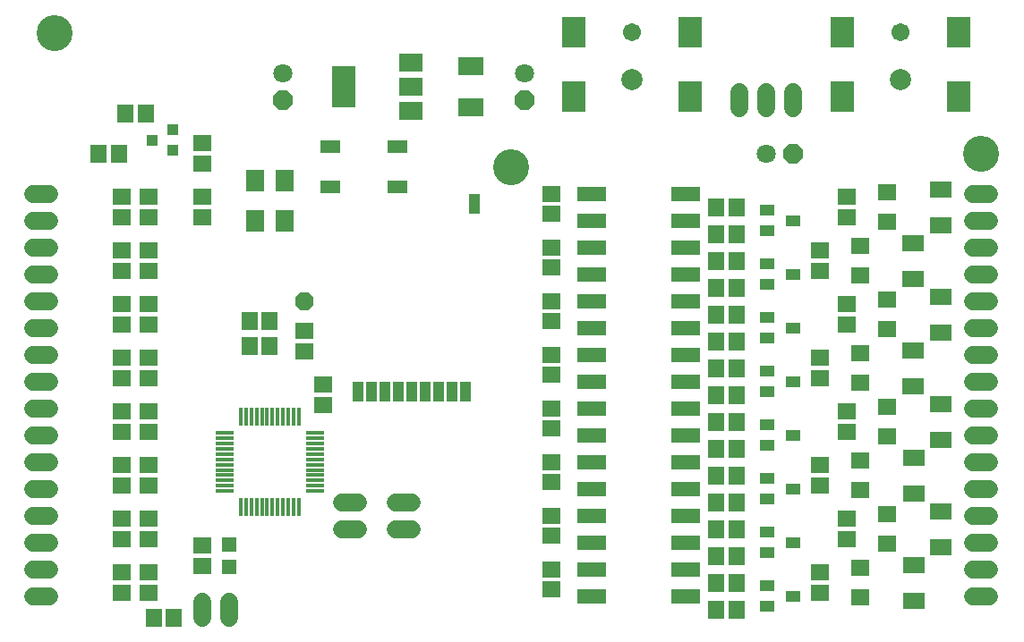
<source format=gts>
G75*
%MOIN*%
%OFA0B0*%
%FSLAX25Y25*%
%IPPOS*%
%LPD*%
%AMOC8*
5,1,8,0,0,1.08239X$1,22.5*
%
%ADD10C,0.13398*%
%ADD11R,0.06706X0.05918*%
%ADD12R,0.01784X0.06706*%
%ADD13R,0.06706X0.01784*%
%ADD14R,0.08674X0.06706*%
%ADD15R,0.08674X0.15761*%
%ADD16C,0.06800*%
%ADD17R,0.07099X0.07887*%
%ADD18R,0.05918X0.06706*%
%ADD19R,0.09461X0.07099*%
%ADD20R,0.04343X0.03950*%
%ADD21OC8,0.07100*%
%ADD22C,0.07100*%
%ADD23OC8,0.06800*%
%ADD24R,0.05524X0.04343*%
%ADD25R,0.07887X0.06312*%
%ADD26C,0.06706*%
%ADD27C,0.07887*%
%ADD28R,0.08674X0.11430*%
%ADD29R,0.05524X0.05524*%
%ADD30R,0.07099X0.06312*%
%ADD31R,0.07493X0.04737*%
%ADD32R,0.04400X0.07800*%
%ADD33R,0.10800X0.05800*%
D10*
X0186500Y0195067D03*
X0016500Y0245067D03*
X0361500Y0200067D03*
D11*
X0311500Y0183808D03*
X0311500Y0176327D03*
X0301500Y0163808D03*
X0301500Y0156327D03*
X0311500Y0143808D03*
X0311500Y0136327D03*
X0301500Y0123808D03*
X0301500Y0116327D03*
X0311500Y0103808D03*
X0311500Y0096327D03*
X0301500Y0083808D03*
X0301500Y0076327D03*
X0311500Y0063808D03*
X0311500Y0056327D03*
X0301500Y0043808D03*
X0301500Y0036327D03*
X0201500Y0037577D03*
X0201500Y0045058D03*
X0201500Y0057577D03*
X0201500Y0065058D03*
X0201500Y0077577D03*
X0201500Y0085058D03*
X0201500Y0097577D03*
X0201500Y0105058D03*
X0201500Y0117577D03*
X0201500Y0125058D03*
X0201500Y0137577D03*
X0201500Y0145058D03*
X0201500Y0157577D03*
X0201500Y0165058D03*
X0201500Y0177577D03*
X0201500Y0185058D03*
X0109500Y0133808D03*
X0109500Y0126327D03*
X0116500Y0113808D03*
X0116500Y0106327D03*
X0051500Y0103808D03*
X0041500Y0103808D03*
X0041500Y0096327D03*
X0051500Y0096327D03*
X0051500Y0083808D03*
X0041500Y0083808D03*
X0041500Y0076327D03*
X0051500Y0076327D03*
X0051500Y0063808D03*
X0041500Y0063808D03*
X0041500Y0056327D03*
X0051500Y0056327D03*
X0051500Y0043808D03*
X0051500Y0036327D03*
X0041500Y0036327D03*
X0041500Y0043808D03*
X0071500Y0046327D03*
X0071500Y0053808D03*
X0051500Y0116327D03*
X0051500Y0123808D03*
X0041500Y0123808D03*
X0041500Y0116327D03*
X0041500Y0136327D03*
X0051500Y0136327D03*
X0051500Y0143808D03*
X0041500Y0143808D03*
X0041500Y0156327D03*
X0051500Y0156327D03*
X0051500Y0163808D03*
X0041500Y0163808D03*
X0041500Y0176327D03*
X0051500Y0176327D03*
X0051500Y0183808D03*
X0041500Y0183808D03*
X0071500Y0183808D03*
X0071500Y0176327D03*
X0071500Y0196327D03*
X0071500Y0203808D03*
D12*
X0085673Y0101997D03*
X0087642Y0101997D03*
X0089610Y0101997D03*
X0091579Y0101997D03*
X0093547Y0101997D03*
X0095516Y0101997D03*
X0097484Y0101997D03*
X0099453Y0101997D03*
X0101421Y0101997D03*
X0103390Y0101997D03*
X0105358Y0101997D03*
X0107327Y0101997D03*
X0107327Y0068138D03*
X0105358Y0068138D03*
X0103390Y0068138D03*
X0101421Y0068138D03*
X0099453Y0068138D03*
X0097484Y0068138D03*
X0095516Y0068138D03*
X0093547Y0068138D03*
X0091579Y0068138D03*
X0089610Y0068138D03*
X0087642Y0068138D03*
X0085673Y0068138D03*
D13*
X0079571Y0074241D03*
X0079571Y0076209D03*
X0079571Y0078178D03*
X0079571Y0080146D03*
X0079571Y0082115D03*
X0079571Y0084083D03*
X0079571Y0086052D03*
X0079571Y0088020D03*
X0079571Y0089989D03*
X0079571Y0091957D03*
X0079571Y0093926D03*
X0079571Y0095894D03*
X0113429Y0095894D03*
X0113429Y0093926D03*
X0113429Y0091957D03*
X0113429Y0089989D03*
X0113429Y0088020D03*
X0113429Y0086052D03*
X0113429Y0084083D03*
X0113429Y0082115D03*
X0113429Y0080146D03*
X0113429Y0078178D03*
X0113429Y0076209D03*
X0113429Y0074241D03*
D14*
X0148902Y0216012D03*
X0148902Y0225067D03*
X0148902Y0234123D03*
D15*
X0124098Y0225067D03*
D16*
X0014500Y0035067D02*
X0008500Y0035067D01*
X0008500Y0045067D02*
X0014500Y0045067D01*
X0014500Y0055067D02*
X0008500Y0055067D01*
X0008500Y0065067D02*
X0014500Y0065067D01*
X0014500Y0075067D02*
X0008500Y0075067D01*
X0008500Y0085067D02*
X0014500Y0085067D01*
X0014500Y0095067D02*
X0008500Y0095067D01*
X0008500Y0105067D02*
X0014500Y0105067D01*
X0014500Y0115067D02*
X0008500Y0115067D01*
X0008500Y0125067D02*
X0014500Y0125067D01*
X0014500Y0135067D02*
X0008500Y0135067D01*
X0008500Y0145067D02*
X0014500Y0145067D01*
X0014500Y0155067D02*
X0008500Y0155067D01*
X0008500Y0165067D02*
X0014500Y0165067D01*
X0014500Y0175067D02*
X0008500Y0175067D01*
X0008500Y0185067D02*
X0014500Y0185067D01*
X0123500Y0070067D02*
X0129500Y0070067D01*
X0129500Y0060067D02*
X0123500Y0060067D01*
X0143500Y0060067D02*
X0149500Y0060067D01*
X0149500Y0070067D02*
X0143500Y0070067D01*
X0081500Y0033067D02*
X0081500Y0027067D01*
X0071500Y0027067D02*
X0071500Y0033067D01*
X0271500Y0217067D02*
X0271500Y0223067D01*
X0281500Y0223067D02*
X0281500Y0217067D01*
X0291500Y0217067D02*
X0291500Y0223067D01*
X0358500Y0185067D02*
X0364500Y0185067D01*
X0364500Y0175067D02*
X0358500Y0175067D01*
X0358500Y0165067D02*
X0364500Y0165067D01*
X0364500Y0155067D02*
X0358500Y0155067D01*
X0358500Y0145067D02*
X0364500Y0145067D01*
X0364500Y0135067D02*
X0358500Y0135067D01*
X0358500Y0125067D02*
X0364500Y0125067D01*
X0364500Y0115067D02*
X0358500Y0115067D01*
X0358500Y0105067D02*
X0364500Y0105067D01*
X0364500Y0095067D02*
X0358500Y0095067D01*
X0358500Y0085067D02*
X0364500Y0085067D01*
X0364500Y0075067D02*
X0358500Y0075067D01*
X0358500Y0065067D02*
X0364500Y0065067D01*
X0364500Y0055067D02*
X0358500Y0055067D01*
X0358500Y0045067D02*
X0364500Y0045067D01*
X0364500Y0035067D02*
X0358500Y0035067D01*
D17*
X0102012Y0175067D03*
X0090988Y0175067D03*
X0090988Y0190067D03*
X0102012Y0190067D03*
D18*
X0050240Y0215067D03*
X0042760Y0215067D03*
X0040240Y0200067D03*
X0032760Y0200067D03*
X0089012Y0137567D03*
X0096492Y0137567D03*
X0096492Y0128312D03*
X0089012Y0128312D03*
X0060740Y0027067D03*
X0053260Y0027067D03*
X0262760Y0030067D03*
X0270240Y0030067D03*
X0270240Y0040067D03*
X0262760Y0040067D03*
X0262760Y0050067D03*
X0270240Y0050067D03*
X0270240Y0060067D03*
X0262760Y0060067D03*
X0262760Y0070067D03*
X0270240Y0070067D03*
X0270240Y0080067D03*
X0262760Y0080067D03*
X0262760Y0090067D03*
X0270240Y0090067D03*
X0270240Y0100067D03*
X0262760Y0100067D03*
X0262760Y0110067D03*
X0270240Y0110067D03*
X0270240Y0120067D03*
X0262760Y0120067D03*
X0262760Y0130067D03*
X0270240Y0130067D03*
X0270240Y0140067D03*
X0262760Y0140067D03*
X0262760Y0150067D03*
X0270240Y0150067D03*
X0270240Y0160067D03*
X0262760Y0160067D03*
X0262760Y0170067D03*
X0270240Y0170067D03*
X0270240Y0180067D03*
X0262760Y0180067D03*
D19*
X0171500Y0217390D03*
X0171500Y0232745D03*
D20*
X0060437Y0208808D03*
X0060437Y0201327D03*
X0052563Y0205067D03*
D21*
X0101500Y0220067D03*
X0191500Y0220067D03*
X0291500Y0200067D03*
D22*
X0281500Y0200067D03*
X0191500Y0230067D03*
X0101500Y0230067D03*
D23*
X0109500Y0145067D03*
D24*
X0281776Y0138808D03*
X0281776Y0131327D03*
X0291224Y0135067D03*
X0281776Y0118808D03*
X0281776Y0111327D03*
X0291224Y0115067D03*
X0281776Y0098808D03*
X0281776Y0091327D03*
X0291224Y0095067D03*
X0281776Y0078808D03*
X0281776Y0071327D03*
X0291224Y0075067D03*
X0281776Y0058808D03*
X0281776Y0051327D03*
X0291224Y0055067D03*
X0281776Y0038808D03*
X0281776Y0031327D03*
X0291224Y0035067D03*
X0281776Y0151327D03*
X0281776Y0158808D03*
X0291224Y0155067D03*
X0281776Y0171327D03*
X0281776Y0178808D03*
X0291224Y0175067D03*
D25*
X0336000Y0166760D03*
X0346500Y0173375D03*
X0346500Y0186760D03*
X0336000Y0153375D03*
X0346500Y0146760D03*
X0346500Y0133375D03*
X0336000Y0126760D03*
X0336000Y0113375D03*
X0346500Y0106760D03*
X0346500Y0093375D03*
X0336500Y0086760D03*
X0336500Y0073375D03*
X0346500Y0066760D03*
X0346500Y0053375D03*
X0336500Y0046760D03*
X0336500Y0033375D03*
D26*
X0331500Y0245382D03*
X0231500Y0245382D03*
D27*
X0231500Y0227666D03*
X0331500Y0227666D03*
D28*
X0309846Y0221367D03*
X0309846Y0245382D03*
X0353154Y0245382D03*
X0353154Y0221367D03*
X0253154Y0221367D03*
X0253154Y0245382D03*
X0209846Y0245382D03*
X0209846Y0221367D03*
D29*
X0081500Y0054201D03*
X0081500Y0045934D03*
D30*
X0316500Y0045579D03*
X0326500Y0054556D03*
X0326500Y0065579D03*
X0316500Y0074556D03*
X0316500Y0085579D03*
X0326500Y0094556D03*
X0326500Y0105579D03*
X0316500Y0114556D03*
X0316500Y0125579D03*
X0326500Y0134556D03*
X0326500Y0145579D03*
X0316500Y0154556D03*
X0316500Y0165579D03*
X0326500Y0174556D03*
X0326500Y0185579D03*
X0316500Y0034556D03*
D31*
X0143902Y0187587D03*
X0143902Y0202548D03*
X0119098Y0202548D03*
X0119098Y0187587D03*
D32*
X0172625Y0181317D03*
X0169500Y0111317D03*
X0164500Y0111317D03*
X0159500Y0111317D03*
X0154500Y0111317D03*
X0149500Y0111317D03*
X0144500Y0111317D03*
X0139500Y0111317D03*
X0134500Y0111317D03*
X0129500Y0111317D03*
D33*
X0216500Y0115067D03*
X0216500Y0105067D03*
X0216500Y0095067D03*
X0216500Y0085067D03*
X0216500Y0075067D03*
X0216500Y0065067D03*
X0216500Y0055067D03*
X0216500Y0045067D03*
X0216500Y0035067D03*
X0251500Y0035067D03*
X0251500Y0045067D03*
X0251500Y0055067D03*
X0251500Y0065067D03*
X0251500Y0075067D03*
X0251500Y0085067D03*
X0251500Y0095067D03*
X0251500Y0105067D03*
X0251500Y0115067D03*
X0251500Y0125067D03*
X0251500Y0135067D03*
X0251500Y0145067D03*
X0251500Y0155067D03*
X0251500Y0165067D03*
X0251500Y0175067D03*
X0251500Y0185067D03*
X0216500Y0185067D03*
X0216500Y0175067D03*
X0216500Y0165067D03*
X0216500Y0155067D03*
X0216500Y0145067D03*
X0216500Y0135067D03*
X0216500Y0125067D03*
M02*

</source>
